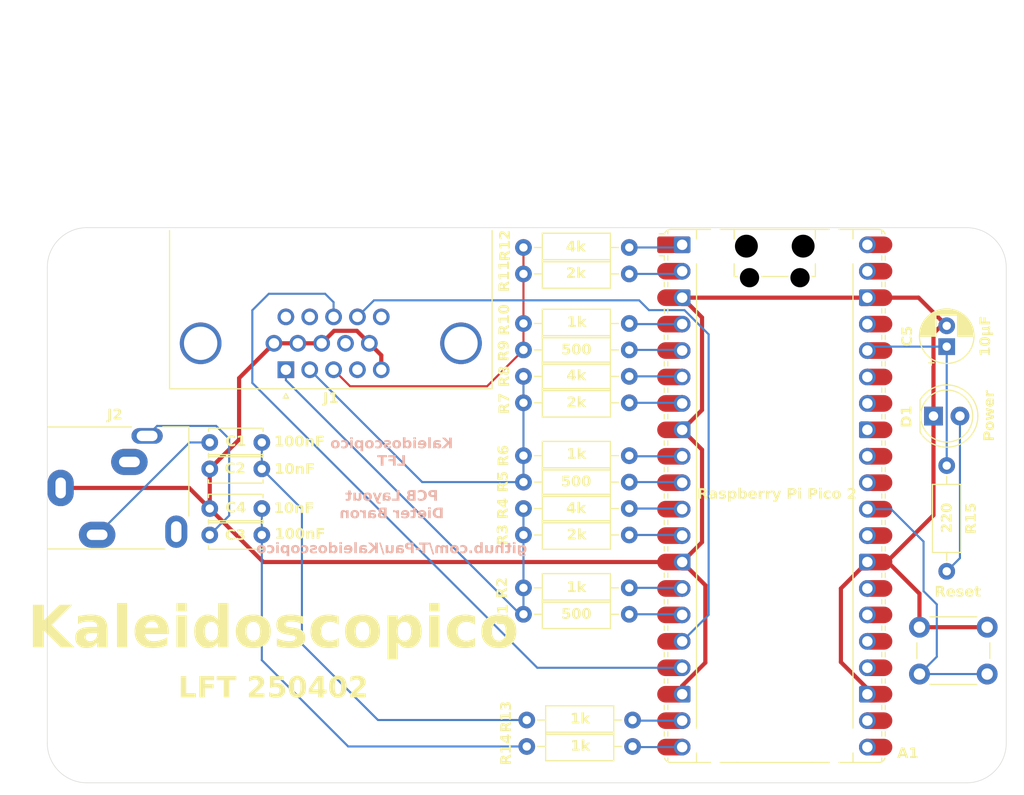
<source format=kicad_pcb>
(kicad_pcb (version 20241229) (generator "pcbnew") (generator_version "9.0")
  (layers (0 "F.Cu" signal) (2 "B.Cu" signal) (13 "F.Paste" user) (15 "B.Paste" user) (5 "F.SilkS" user "F.Silkscreen") (7 "B.SilkS" user "B.Silkscreen") (1 "F.Mask" user) (3 "B.Mask" user) (25 "Edge.Cuts" user))
  (net 0 "")
  (net 1 "/GREEN0")
  (net 2 "GND")
  (net 7 "/BLUE2")
  (net 8 "/RED0")
  (net 10 "/VSYNC")
  (net 11 "/GREEN1")
  (net 12 "/RIGHT")
  (net 14 "/GREEN3")
  (net 15 "/BLUE3")
  (net 16 "/BLUE1")
  (net 17 "/RED3")
  (net 19 "Net-(A1-RUN)")
  (net 20 "/LEFT")
  (net 23 "/GREEN2")
  (net 24 "/RED1")
  (net 25 "/BLUE0")
  (net 26 "+3.3V")
  (net 28 "/RED2")
  (net 32 "/HSYNC")
  (net 35 "Net-(C1-Pad2)")
  (net 36 "Net-(C1-Pad1)")
  (net 37 "Net-(C3-Pad1)")
  (net 38 "Net-(C3-Pad2)")
  (net 39 "Net-(D1-A)")
  (net 41 "Net-(J1-RED)")
  (net 42 "Net-(J1-GREEN)")
  (net 46 "Net-(J1-BLUE)")
  (footprint "Capacitor_THT:C_Disc_D5.0mm_W2.5mm_P5.00mm" (layer "F.Cu") (at 112.0375 76.5175 180)
    (property "Reference" "C4")
    (property "Value" "10nF" (at -3.1007 -0.0127 0) (layer "F.SilkS"))
    (fp_text user "${REFERENCE}" (at 2.5 0.0381 0) (layer "F.SilkS"))
    (pad "1" thru_hole circle (at 0 0 180) (size 1.6 1.6) (drill 0.8) (layers "*.Cu" "*.Mask") (net 37 "Net-(C3-Pad1)"))
    (pad "2" thru_hole circle (at 5 0 180) (size 1.6 1.6) (drill 0.8) (layers "*.Cu" "*.Mask") (net 2 "GND"))
  )
  (footprint "MountingHole:MountingHole_3.2mm_M3" (layer "F.Cu") (at 95.25 99.06)
    (property "Reference" "H3")
    (property "Value" "MountingHole")
    (pad "" np_thru_hole circle (at 0 0) (size 3.2 3.2) (drill 3.2) (layers "*.Cu" "*.Mask"))
  )
  (footprint "Capacitor_THT:C_Disc_D5.0mm_W2.5mm_P5.00mm" (layer "F.Cu") (at 112.0375 70.1675 180)
    (property "Reference" "C1")
    (property "Value" "100nF" (at -3.6087 0.0381 0) (layer "F.SilkS"))
    (fp_text user "${REFERENCE}" (at 2.5 0.0635 0) (layer "F.SilkS"))
    (pad "1" thru_hole circle (at 0 0 180) (size 1.6 1.6) (drill 0.8) (layers "*.Cu" "*.Mask") (net 36 "Net-(C1-Pad1)"))
    (pad "2" thru_hole circle (at 5 0 180) (size 1.6 1.6) (drill 0.8) (layers "*.Cu" "*.Mask") (net 35 "Net-(C1-Pad2)"))
  )
  (footprint "Capacitor_THT:C_Disc_D5.0mm_W2.5mm_P5.00mm" (layer "F.Cu") (at 112.0375 79.0575 180)
    (property "Reference" "C3" (at 2.5381 -0.0635 0) (layer "F.SilkS"))
    (property "Value" "100nF" (at -3.6595 0.0635 0) (layer "F.SilkS"))
    (pad "1" thru_hole circle (at 0 0 180) (size 1.6 1.6) (drill 0.8) (layers "*.Cu" "*.Mask") (net 37 "Net-(C3-Pad1)"))
    (pad "2" thru_hole circle (at 5 0 180) (size 1.6 1.6) (drill 0.8) (layers "*.Cu" "*.Mask") (net 38 "Net-(C3-Pad2)"))
  )
  (footprint "Resistor_THT:R_Axial_DIN0207_L6.3mm_D2.5mm_P10.16mm_Horizontal" (layer "F.Cu") (at 147.32 84.1375 180)
    (property "Reference" "R2")
    (property "Value" "1k" (at 5.08 0.0127 0) (layer "F.SilkS"))
    (fp_text user "${REFERENCE}" (at 12.1666 0 90) (layer "F.SilkS"))
    (pad "1" thru_hole circle (at 0 0 180) (size 1.6 1.6) (drill 0.8) (layers "*.Cu" "*.Mask") (net 28 "/RED2"))
    (pad "2" thru_hole oval (at 10.16 0 180) (size 1.6 1.6) (drill 0.8) (layers "*.Cu" "*.Mask") (net 41 "Net-(J1-RED)"))
  )
  (footprint "Resistor_THT:R_Axial_DIN0207_L6.3mm_D2.5mm_P10.16mm_Horizontal" (layer "F.Cu") (at 147.32 79.0575 180)
    (property "Reference" "R3" (at 12.1158 0.0127 90) (layer "F.SilkS"))
    (property "Value" "2k" (at 5.0546 -0.0127 0) (layer "F.SilkS"))
    (pad "1" thru_hole circle (at 0 0 180) (size 1.6 1.6) (drill 0.8) (layers "*.Cu" "*.Mask") (net 24 "/RED1"))
    (pad "2" thru_hole oval (at 10.16 0 180) (size 1.6 1.6) (drill 0.8) (layers "*.Cu" "*.Mask") (net 41 "Net-(J1-RED)"))
  )
  (footprint "Resistor_THT:R_Axial_DIN0207_L6.3mm_D2.5mm_P10.16mm_Horizontal" (layer "F.Cu") (at 147.32 71.4375 180)
    (property "Reference" "R6")
    (property "Value" "1k" (at 5.08 0.1143 0) (layer "F.SilkS"))
    (fp_text user "${REFERENCE}" (at 12.0396 0 90) (layer "F.SilkS"))
    (pad "1" thru_hole circle (at 0 0 180) (size 1.6 1.6) (drill 0.8) (layers "*.Cu" "*.Mask") (net 23 "/GREEN2"))
    (pad "2" thru_hole oval (at 10.16 0 180) (size 1.6 1.6) (drill 0.8) (layers "*.Cu" "*.Mask") (net 42 "Net-(J1-GREEN)"))
  )
  (footprint "Resistor_THT:R_Axial_DIN0207_L6.3mm_D2.5mm_P10.16mm_Horizontal" (layer "F.Cu") (at 147.32 76.5175 180)
    (property "Reference" "R4")
    (property "Value" "4k" (at 5.1054 -0.0127 0) (layer "F.SilkS"))
    (fp_text user "${REFERENCE}" (at 12.0904 0 90) (layer "F.SilkS"))
    (pad "1" thru_hole circle (at 0 0 180) (size 1.6 1.6) (drill 0.8) (layers "*.Cu" "*.Mask") (net 8 "/RED0"))
    (pad "2" thru_hole oval (at 10.16 0 180) (size 1.6 1.6) (drill 0.8) (layers "*.Cu" "*.Mask") (net 41 "Net-(J1-RED)"))
  )
  (footprint "Resistor_THT:R_Axial_DIN0207_L6.3mm_D2.5mm_P10.16mm_Horizontal" (layer "F.Cu") (at 147.32 86.6775 180)
    (property "Reference" "R1" (at 12.0904 -0.0381 90) (layer "F.SilkS"))
    (property "Value" "500" (at 5.08 -0.0127 0) (layer "F.SilkS"))
    (pad "1" thru_hole circle (at 0 0 180) (size 1.6 1.6) (drill 0.8) (layers "*.Cu" "*.Mask") (net 17 "/RED3"))
    (pad "2" thru_hole oval (at 10.16 0 180) (size 1.6 1.6) (drill 0.8) (layers "*.Cu" "*.Mask") (net 41 "Net-(J1-RED)"))
  )
  (footprint "MountingHole:MountingHole_3.2mm_M3" (layer "F.Cu") (at 179.705 99.06)
    (property "Reference" "H4")
    (property "Value" "MountingHole")
    (pad "" np_thru_hole circle (at 0 0) (size 3.2 3.2) (drill 3.2) (layers "*.Cu" "*.Mask"))
  )
  (footprint "Button_Switch_THT:SW_PUSH_6mm" (layer "F.Cu") (at 175.185 87.92)
    (property "Reference" "SW1")
    (property "Value" "Reset" (at 3.6818 -3.3634 0) (layer "F.SilkS"))
    (pad "1" thru_hole circle (at 0 0 90) (size 2 2) (drill 1.1) (layers "*.Cu" "*.Mask") (net 2 "GND"))
    (pad "1" thru_hole circle (at 6.5 0 90) (size 2 2) (drill 1.1) (layers "*.Cu" "*.Mask") (net 2 "GND"))
    (pad "2" thru_hole circle (at 0 4.5 90) (size 2 2) (drill 1.1) (layers "*.Cu" "*.Mask") (net 19 "Net-(A1-RUN)"))
    (pad "2" thru_hole circle (at 6.5 4.5 90) (size 2 2) (drill 1.1) (layers "*.Cu" "*.Mask") (net 19 "Net-(A1-RUN)"))
  )
  (footprint "Resistor_THT:R_Axial_DIN0207_L6.3mm_D2.5mm_P10.16mm_Horizontal" (layer "F.Cu") (at 137.4775 99.3775)
    (property "Reference" "R14")
    (property "Value" "1k" (at 5.1435 -0.0127 0) (layer "F.SilkS"))
    (fp_text user "${REFERENCE}" (at -1.9431 0.2921 90) (layer "F.SilkS"))
    (pad "1" thru_hole circle (at 0 0) (size 1.6 1.6) (drill 0.8) (layers "*.Cu" "*.Mask") (net 37 "Net-(C3-Pad1)"))
    (pad "2" thru_hole oval (at 10.16 0) (size 1.6 1.6) (drill 0.8) (layers "*.Cu" "*.Mask") (net 12 "/RIGHT"))
  )
  (footprint "Capacitor_THT:CP_Radial_D5.0mm_P2.00mm" (layer "F.Cu") (at 177.8 60.96 90)
    (property "Reference" "C5" (at 1 -3.75 90) (layer "F.SilkS"))
    (property "Value" "10µF" (at 1 3.75 90) (layer "F.SilkS"))
    (pad "1" thru_hole rect (at 0 0 90) (size 1.6 1.6) (drill 0.8) (layers "*.Cu" "*.Mask") (net 26 "+3.3V"))
    (pad "2" thru_hole circle (at 2 0 90) (size 1.6 1.6) (drill 0.8) (layers "*.Cu" "*.Mask") (net 2 "GND"))
  )
  (footprint "Resistor_THT:R_Axial_DIN0207_L6.3mm_D2.5mm_P10.16mm_Horizontal" (layer "F.Cu") (at 147.32 73.9775 180)
    (property "Reference" "R5" (at 12.0904 0.0381 90) (layer "F.SilkS"))
    (property "Value" "500" (at 5.1054 0.0127 0) (layer "F.SilkS"))
    (pad "1" thru_hole circle (at 0 0 180) (size 1.6 1.6) (drill 0.8) (layers "*.Cu" "*.Mask") (net 14 "/GREEN3"))
    (pad "2" thru_hole oval (at 10.16 0 180) (size 1.6 1.6) (drill 0.8) (layers "*.Cu" "*.Mask") (net 42 "Net-(J1-GREEN)"))
  )
  (footprint "Resistor_THT:R_Axial_DIN0207_L6.3mm_D2.5mm_P10.16mm_Horizontal" (layer "F.Cu") (at 147.32 61.2775 180)
    (property "Reference" "R9" (at 12.0142 -0.0889 90) (layer "F.SilkS"))
    (property "Value" "500" (at 5.08 -0.0127 0) (layer "F.SilkS"))
    (pad "1" thru_hole circle (at 0 0 180) (size 1.6 1.6) (drill 0.8) (layers "*.Cu" "*.Mask") (net 15 "/BLUE3"))
    (pad "2" thru_hole oval (at 10.16 0 180) (size 1.6 1.6) (drill 0.8) (layers "*.Cu" "*.Mask") (net 46 "Net-(J1-BLUE)"))
  )
  (footprint "Connector_Dsub:DSUB-15-HD_Socket_Horizontal_P2.29x2.54mm_EdgePinOffset8.35mm_Housed_MountingHolesOffset10.89mm" (layer "F.Cu") (at 114.3475 63.1825 180)
    (property "Reference" "J1" (at -4.315 -2.77 0) (layer "F.SilkS"))
    (property "Value" "VGA")
    (pad "0" thru_hole circle (at -16.815 2.54 180) (size 4 4) (drill 3.2) (layers "*.Cu" "*.Mask"))
    (pad "0" thru_hole circle (at 8.185 2.54 180) (size 4 4) (drill 3.2) (layers "*.Cu" "*.Mask"))
    (pad "1" thru_hole rect (at 0 0 180) (size 1.6 1.6) (drill 1) (layers "*.Cu" "*.Mask") (net 41 "Net-(J1-RED)"))
    (pad "2" thru_hole circle (at -2.29 0 180) (size 1.6 1.6) (drill 1) (layers "*.Cu" "*.Mask") (net 42 "Net-(J1-GREEN)"))
    (pad "3" thru_hole circle (at -4.58 0 180) (size 1.6 1.6) (drill 1) (layers "*.Cu" "*.Mask") (net 46 "Net-(J1-BLUE)"))
    (pad "4" thru_hole circle (at -6.87 0 180) (size 1.6 1.6) (drill 1) (layers "*.Cu" "*.Mask"))
    (pad "5" thru_hole circle (at -9.16 0 180) (size 1.6 1.6) (drill 1) (layers "*.Cu" "*.Mask") (net 2 "GND"))
    (pad "6" thru_hole circle (at 1.145 2.54 180) (size 1.6 1.6) (drill 1) (layers "*.Cu" "*.Mask") (net 2 "GND"))
    (pad "7" thru_hole circle (at -1.145 2.54 180) (size 1.6 1.6) (drill 1) (layers "*.Cu" "*.Mask") (net 2 "GND"))
    (pad "8" thru_hole circle (at -3.435 2.54 180) (size 1.6 1.6) (drill 1) (layers "*.Cu" "*.Mask") (net 2 "GND"))
    (pad "9" thru_hole circle (at -5.725 2.54 180) (size 1.6 1.6) (drill 1) (layers "*.Cu" "*.Mask"))
    (pad "10" thru_hole circle (at -8.015 2.54 180) (size 1.6 1.6) (drill 1) (layers "*.Cu" "*.Mask") (net 2 "GND"))
    (pad "11" thru_hole circle (at 0 5.08 180) (size 1.6 1.6) (drill 1) (layers "*.Cu" "*.Mask"))
    (pad "12" thru_hole circle (at -2.29 5.08 180) (size 1.6 1.6) (drill 1) (layers "*.Cu" "*.Mask"))
    (pad "13" thru_hole circle (at -4.58 5.08 180) (size 1.6 1.6) (drill 1) (layers "*.Cu" "*.Mask") (net 32 "/HSYNC"))
    (pad "14" thru_hole circle (at -6.87 5.08 180) (size 1.6 1.6) (drill 1) (layers "*.Cu" "*.Mask") (net 10 "/VSYNC"))
    (pad "15" thru_hole circle (at -9.16 5.08 180) (size 1.6 1.6) (drill 1) (layers "*.Cu" "*.Mask"))
  )
  (footprint "Resistor_THT:R_Axial_DIN0207_L6.3mm_D2.5mm_P10.16mm_Horizontal" (layer "F.Cu") (at 147.32 53.975 180)
    (property "Reference" "R11" (at 11.9634 -0.2286 90) (layer "F.SilkS"))
    (property "Value" "2k" (at 5.1308 0.0254 0) (layer "F.SilkS"))
    (pad "1" thru_hole circle (at 0 0 180) (size 1.6 1.6) (drill 0.8) (layers "*.Cu" "*.Mask") (net 16 "/BLUE1"))
    (pad "2" thru_hole oval (at 10.16 0 180) (size 1.6 1.6) (drill 0.8) (layers "*.Cu" "*.Mask") (net 46 "Net-(J1-BLUE)"))
  )
  (footprint "Capacitor_THT:C_Disc_D5.0mm_W2.5mm_P5.00mm" (layer "F.Cu") (at 112.0375 72.7075 180)
    (property "Reference" "C2")
    (property "Value" "10nF" (at -3.1515 -0.0635 0) (layer "F.SilkS"))
    (fp_text user "${REFERENCE}" (at 2.5635 0 0) (layer "F.SilkS"))
    (pad "1" thru_hole circle (at 0 0 180) (size 1.6 1.6) (drill 0.8) (layers "*.Cu" "*.Mask") (net 36 "Net-(C1-Pad1)"))
    (pad "2" thru_hole circle (at 5 0 180) (size 1.6 1.6) (drill 0.8) (layers "*.Cu" "*.Mask") (net 2 "GND"))
  )
  (footprint "MountingHole:MountingHole_3.2mm_M3" (layer "F.Cu") (at 95.25 53.34)
    (property "Reference" "H1")
    (property "Value" "MountingHole")
    (pad "" np_thru_hole circle (at 0 0) (size 3.2 3.2) (drill 3.2) (layers "*.Cu" "*.Mask"))
  )
  (footprint "Connector_Audio:Jack_3.5mm_CUI_SJ1-3515N_Horizontal" (layer "F.Cu") (at 92.7225 74.54)
    (property "Reference" "J2" (at 5.2 -7 0) (layer "F.SilkS"))
    (property "Value" "AudioPlug3")
    (pad "R" thru_hole oval (at 8.3 -5) (size 3 1.5) (drill oval 2 1) (layers "*.Cu" "*.Mask") (net 38 "Net-(C3-Pad2)"))
    (pad "RN" thru_hole oval (at 6.6 -2.5) (size 3.5 2.5) (drill oval 2 1) (layers "*.Cu" "*.Mask"))
    (pad "S" thru_hole oval (at 0 0 270) (size 3.5 2.5) (drill oval 2 1) (layers "*.Cu" "*.Mask") (net 2 "GND"))
    (pad "T" thru_hole oval (at 3.5 4.5) (size 3.5 2.5) (drill oval 2 1) (layers "*.Cu" "*.Mask") (net 35 "Net-(C1-Pad2)"))
    (pad "TN" thru_hole oval (at 11.1 4.2 90) (size 3.1 2.1) (drill oval 2 1) (layers "*.Cu" "*.Mask"))
  )
  (footprint "Resistor_THT:R_Axial_DIN0207_L6.3mm_D2.5mm_P10.16mm_Horizontal" (layer "F.Cu") (at 147.32 66.3575 180)
    (property "Reference" "R7" (at 11.9634 -0.0635 90) (layer "F.SilkS"))
    (property "Value" "2k" (at 5.08 -0.0127 0) (layer "F.SilkS"))
    (pad "1" thru_hole circle (at 0 0 180) (size 1.6 1.6) (drill 0.8) (layers "*.Cu" "*.Mask") (net 11 "/GREEN1"))
    (pad "2" thru_hole oval (at 10.16 0 180) (size 1.6 1.6) (drill 0.8) (layers "*.Cu" "*.Mask") (net 42 "Net-(J1-GREEN)"))
  )
  (footprint "Resistor_THT:R_Axial_DIN0207_L6.3mm_D2.5mm_P10.16mm_Horizontal" (layer "F.Cu") (at 147.32 58.7375 180)
    (property "Reference" "R10")
    (property "Value" "1k" (at 5.0546 0.0889 0) (layer "F.SilkS"))
    (fp_text user "${REFERENCE}" (at 11.9634 0.3429 90) (layer "F.SilkS"))
    (pad "1" thru_hole circle (at 0 0 180) (size 1.6 1.6) (drill 0.8) (layers "*.Cu" "*.Mask") (net 7 "/BLUE2"))
    (pad "2" thru_hole oval (at 10.16 0 180) (size 1.6 1.6) (drill 0.8) (layers "*.Cu" "*.Mask") (net 46 "Net-(J1-BLUE)"))
  )
  (footprint "Resistor_THT:R_Axial_DIN0207_L6.3mm_D2.5mm_P10.16mm_Horizontal" (layer "F.Cu") (at 177.8 72.39 -90)
    (property "Reference" "R15" (at 5.08 -2.37 90) (layer "F.SilkS"))
    (property "Value" "220" (at 5.0292 -0.0508 90) (layer "F.SilkS"))
    (pad "1" thru_hole circle (at 0 0 270) (size 1.6 1.6) (drill 0.8) (layers "*.Cu" "*.Mask") (net 26 "+3.3V"))
    (pad "2" thru_hole oval (at 10.16 0 270) (size 1.6 1.6) (drill 0.8) (layers "*.Cu" "*.Mask") (net 39 "Net-(D1-A)"))
  )
  (footprint "Resistor_THT:R_Axial_DIN0207_L6.3mm_D2.5mm_P10.16mm_Horizontal" (layer "F.Cu") (at 147.32 63.8175 180)
    (property "Reference" "R8")
    (property "Value" "4k" (at 5.08 0.0381 0) (layer "F.SilkS"))
    (fp_text user "${REFERENCE}" (at 11.9634 0 90) (layer "F.SilkS"))
    (pad "1" thru_hole circle (at 0 0 180) (size 1.6 1.6) (drill 0.8) (layers "*.Cu" "*.Mask") (net 1 "/GREEN0"))
    (pad "2" thru_hole oval (at 10.16 0 180) (size 1.6 1.6) (drill 0.8) (layers "*.Cu" "*.Mask") (net 42 "Net-(J1-GREEN)"))
  )
  (footprint "LED_THT:LED_D5.0mm" (layer "F.Cu") (at 176.53 67.630113)
    (property "Reference" "D1" (at -2.54 0.057387 90) (layer "F.SilkS"))
    (property "Value" "Power" (at 5.3848 -0.015313 90) (layer "F.SilkS"))
    (pad "1" thru_hole rect (at 0 0) (size 1.8 1.8) (drill 0.9) (layers "*.Cu" "*.Mask") (net 2 "GND"))
    (pad "2" thru_hole circle (at 2.54 0) (size 1.8 1.8) (drill 0.9) (layers "*.Cu" "*.Mask") (net 39 "Net-(D1-A)"))
  )
  (footprint "MountingHole:MountingHole_3.2mm_M3" (layer "F.Cu") (at 179.705 53.34)
    (property "Reference" "H2")
    (property "Value" "MountingHole")
    (pad "" np_thru_hole circle (at 0 0) (size 3.2 3.2) (drill 3.2) (layers "*.Cu" "*.Mask"))
  )
  (footprint "Module:RaspberryPi_Pico_Common_Unspecified" (layer "F.Cu") (at 161.29 75.3075)
    (property "Reference" "A1" (at 11.7475 24.765 0) (layer "F.SilkS") (effects (justify left)))
    (property "Value" "Raspberry Pi Pico 2" (at 0.2032 -0.1489 0) (layer "F.SilkS"))
    (pad "" np_thru_hole circle (at -2.725 -24) (size 2.2 2.2) (drill 2.2) (layers "*.Mask"))
    (pad "" np_thru_hole circle (at -2.425 -20.97) (size 1.85 1.85) (drill 1.85) (layers "*.Mask"))
    (pad "" np_thru_hole circle (at 2.425 -20.97) (size 1.85 1.85) (drill 1.85) (layers "*.Mask"))
    (pad "" np_thru_hole circle (at 2.725 -24) (size 2.2 2.2) (drill 2.2) (layers "*.Mask"))
    (pad "1" smd custom (at -9.69 -24.13) (size 1.6 0.8) (layers "F.Cu" "F.Mask") (net 25 "/BLUE0") (options (clearance outline) (anchor rect)) (primitives (gr_circle (center 0.8 0) (end 1.6 0) (width 0) (fill yes)) (gr_poly (pts (xy -1.6 -0.6) (xy -1.6 0.6) (xy -1.4 0.8) (xy 0.8 0.8) (xy 0.8 -0.8) (xy -1.4 -0.8)) (width 0) (fill yes)) (gr_circle (center -1.4 -0.6) (end -1.2 -0.6) (width 0) (fill yes)) (gr_circle (center -1.4 0.6) (end -1.2 0.6) (width 0) (fill yes))))
    (pad "1" thru_hole roundrect (at -8.89 -24.13) (size 1.6 1.6) (drill 1) (layers "*.Cu" "*.Mask") (roundrect_rratio 0.125) (net 25 "/BLUE0"))
    (pad "2" smd roundrect (at -9.69 -21.59) (size 3.2 1.6) (layers "F.Cu" "F.Mask") (roundrect_rratio 0.5) (net 16 "/BLUE1"))
    (pad "2" thru_hole circle (at -8.89 -21.59) (size 1.6 1.6) (drill 1) (layers "*.Cu" "*.Mask") (net 16 "/BLUE1"))
    (pad "3" smd custom (at -9.69 -19.05) (size 1.6 0.8) (layers "F.Cu" "F.Mask") (net 2 "GND") (options (clearance outline) (anchor rect)) (primitives (gr_circle (center -0.8 0) (end 0 0) (width 0) (fill yes)) (gr_poly (pts (xy 1.6 -0.6) (xy 1.6 0.6) (xy 1.4 0.8) (xy -0.8 0.8) (xy -0.8 -0.8) (xy 1.4 -0.8)) (width 0) (fill yes)) (gr_circle (center 1.4 -0.6) (end 1.6 -0.6) (width 0) (fill yes)) (gr_circle (center 1.4 0.6) (end 1.6 0.6) (width 0) (fill yes))))
    (pad "3" thru_hole custom (at -8.89 -19.05) (size 1.6 1.6) (drill 1) (layers "*.Cu" "*.Mask") (net 2 "GND") (options (clearance outline) (anchor circle)) (primitives (gr_poly (pts (xy 0.8 0.6) (xy 0.8 -0.6) (xy 0.6 -0.8) (xy 0 -0.8) (xy 0 0.8) (xy 0.6 0.8)) (width 0) (fill yes)) (gr_circle (center 0.6 0.6) (end 0.8 0.6) (width 0) (fill yes)) (gr_circle (center 0.6 -0.6) (end 0.8 -0.6) (width 0) (fill yes))))
    (pad "4" smd roundrect (at -9.69 -16.51) (size 3.2 1.6) (layers "F.Cu" "F.Mask") (roundrect_rratio 0.5) (net 7 "/BLUE2"))
    (pad "4" thru_hole circle (at -8.89 -16.51) (size 1.6 1.6) (drill 1) (layers "*.Cu" "*.Mask") (net 7 "/BLUE2"))
    (pad "5" smd roundrect (at -9.69 -13.97) (size 3.2 1.6) (layers "F.Cu" "F.Mask") (roundrect_rratio 0.5) (net 15 "/BLUE3"))
    (pad "5" thru_hole circle (at -8.89 -13.97) (size 1.6 1.6) (drill 1) (layers "*.Cu" "*.Mask") (net 15 "/BLUE3"))
    (pad "6" smd roundrect (at -9.69 -11.43) (size 3.2 1.6) (layers "F.Cu" "F.Mask") (roundrect_rratio 0.5) (net 1 "/GREEN0"))
    (pad "6" thru_hole circle (at -8.89 -11.43) (size 1.6 1.6) (drill 1) (layers "*.Cu" "*.Mask") (net 1 "/GREEN0"))
    (pad "7" smd roundrect (at -9.69 -8.89) (size 3.2 1.6) (layers "F.Cu" "F.Mask") (roundrect_rratio 0.5) (net 11 "/GREEN1"))
    (pad "7" thru_hole circle (at -8.89 -8.89) (size 1.6 1.6) (drill 1) (layers "*.Cu" "*.Mask") (net 11 "/GREEN1"))
    (pad "8" smd custom (at -9.69 -6.35) (size 1.6 0.8) (layers "F.Cu" "F.Mask") (net 2 "GND") (options (clearance outline) (anchor rect)) (primitives (gr_circle (center -0.8 0) (end 0 0) (width 0) (fill yes)) (gr_poly (pts (xy 1.6 -0.6) (xy 1.6 0.6) (xy 1.4 0.8) (xy -0.8 0.8) (xy -0.8 -0.8) (xy 1.4 -0.8)) (width 0) (fill yes)) (gr_circle (center 1.4 -0.6) (end 1.6 -0.6) (width 0) (fill yes)) (gr_circle (center 1.4 0.6) (end 1.6 0.6) (width 0) (fill yes))))
    (pad "8" thru_hole custom (at -8.89 -6.35) (size 1.6 1.6) (drill 1) (layers "*.Cu" "*.Mask") (net 2 "GND") (options (clearance outline) (anchor circle)) (primitives (gr_poly (pts (xy 0.8 0.6) (xy 0.8 -0.6) (xy 0.6 -0.8) (xy 0 -0.8) (xy 0 0.8) (xy 0.6 0.8)) (width 0) (fill yes)) (gr_circle (center 0.6 0.6) (end 0.8 0.6) (width 0) (fill yes)) (gr_circle (center 0.6 -0.6) (end 0.8 -0.6) (width 0) (fill yes))))
    (pad "9" smd roundrect (at -9.69 -3.81) (size 3.2 1.6) (layers "F.Cu" "F.Mask") (roundrect_rratio 0.5) (net 23 "/GREEN2"))
    (pad "9" thru_hole circle (at -8.89 -3.81) (size 1.6 1.6) (drill 1) (layers "*.Cu" "*.Mask") (net 23 "/GREEN2"))
    (pad "10" smd roundrect (at -9.69 -1.27) (size 3.2 1.6) (layers "F.Cu" "F.Mask") (roundrect_rratio 0.5) (net 14 "/GREEN3"))
    (pad "10" thru_hole circle (at -8.89 -1.27) (size 1.6 1.6) (drill 1) (layers "*.Cu" "*.Mask") (net 14 "/GREEN3"))
    (pad "11" smd roundrect (at -9.69 1.27) (size 3.2 1.6) (layers "F.Cu" "F.Mask") (roundrect_rratio 0.5) (net 8 "/RED0"))
    (pad "11" thru_hole circle (at -8.89 1.27) (size 1.6 1.6) (drill 1) (layers "*.Cu" "*.Mask") (net 8 "/RED0"))
    (pad "12" smd roundrect (at -9.69 3.81) (size 3.2 1.6) (layers "F.Cu" "F.Mask") (roundrect_rratio 0.5) (net 24 "/RED1"))
    (pad "12" thru_hole circle (at -8.89 3.81) (size 1.6 1.6) (drill 1) (layers "*.Cu" "*.Mask") (net 24 "/RED1"))
    (pad "13" smd custom (at -9.69 6.35) (size 1.6 0.8) (layers "F.Cu" "F.Mask") (net 2 "GND") (options (clearance outline) (anchor rect)) (primitives (gr_circle (center -0.8 0) (end 0 0) (width 0) (fill yes)) (gr_poly (pts (xy 1.6 -0.6) (xy 1.6 0.6) (xy 1.4 0.8) (xy -0.8 0.8) (xy -0.8 -0.8) (xy 1.4 -0.8)) (width 0) (fill yes)) (gr_circle (center 1.4 -0.6) (end 1.6 -0.6) (width 0) (fill yes)) (gr_circle (center 1.4 0.6) (end 1.6 0.6) (width 0) (fill yes))))
    (pad "13" thru_hole custom (at -8.89 6.35) (size 1.6 1.6) (drill 1) (layers "*.Cu" "*.Mask") (net 2 "GND") (options (clearance outline) (anchor circle)) (primitives (gr_poly (pts (xy 0.8 0.6) (xy 0.8 -0.6) (xy 0.6 -0.8) (xy 0 -0.8) (xy 0 0.8) (xy 0.6 0.8)) (width 0) (fill yes)) (gr_circle (center 0.6 0.6) (end 0.8 0.6) (width 0) (fill yes)) (gr_circle (center 0.6 -0.6) (end 0.8 -0.6) (width 0) (fill yes))))
    (pad "14" smd roundrect (at -9.69 8.89) (size 3.2 1.6) (layers "F.Cu" "F.Mask") (roundrect_rratio 0.5) (net 28 "/RED2"))
    (pad "14" thru_hole circle (at -8.89 8.89) (size 1.6 1.6) (drill 1) (layers "*.Cu" "*.Mask") (net 28 "/RED2"))
    (pad "15" smd roundrect (at -9.69 11.43) (size 3.2 1.6) (layers "F.Cu" "F.Mask") (roundrect_rratio 0.5) (net 17 "/RED3"))
    (pad "15" thru_hole circle (at -8.89 11.43) (size 1.6 1.6) (drill 1) (layers "*.Cu" "*.Mask") (net 17 "/RED3"))
    (pad "16" smd roundrect (at -9.69 13.97) (size 3.2 1.6) (layers "F.Cu" "F.Mask") (roundrect_rratio 0.5) (net 10 "/VSYNC"))
    (pad "16" thru_hole circle (at -8.89 13.97) (size 1.6 1.6) (drill 1) (layers "*.Cu" "*.Mask") (net 10 "/VSYNC"))
    (pad "17" smd roundrect (at -9.69 16.51) (size 3.2 1.6) (layers "F.Cu" "F.Mask") (roundrect_rratio 0.5) (net 32 "/HSYNC"))
    (pad "17" thru_hole circle (at -8.89 16.51) (size 1.6 1.6) (drill 1) (layers "*.Cu" "*.Mask") (net 32 "/HSYNC"))
    (pad "18" smd custom (at -9.69 19.05) (size 1.6 0.8) (layers "F.Cu" "F.Mask") (net 2 "GND") (options (clearance outline) (anchor rect)) (primitives (gr_circle (center -0.8 0) (end 0 0) (width 0) (fill yes)) (gr_poly (pts (xy 1.6 -0.6) (xy 1.6 0.6) (xy 1.4 0.8) (xy -0.8 0.8) (xy -0.8 -0.8) (xy 1.4 -0.8)) (width 0) (fill yes)) (gr_circle (center 1.4 -0.6) (end 1.6 -0.6) (width 0) (fill yes)) (gr_circle (center 1.4 0.6) (end 1.6 0.6) (width 0) (fill yes))))
    (pad "18" thru_hole custom (at -8.89 19.05) (size 1.6 1.6) (drill 1) (layers "*.Cu" "*.Mask") (net 2 "GND") (options (clearance outline) (anchor circle)) (primitives (gr_poly (pts (xy 0.8 0.6) (xy 0.8 -0.6) (xy 0.6 -0.8) (xy 0 -0.8) (xy 0 0.8) (xy 0.6 0.8)) (width 0) (fill yes)) (gr_circle (center 0.6 0.6) (end 0.8 0.6) (width 0) (fill yes)) (gr_circle (center 0.6 -0.6) (end 0.8 -0.6) (width 0) (fill yes))))
    (pad "19" smd roundrect (at -9.69 21.59) (size 3.2 1.6) (layers "F.Cu" "F.Mask") (roundrect_rratio 0.5) (net 20 "/LEFT"))
    (pad "19" thru_hole circle (at -8.89 21.59) (size 1.6 1.6) (drill 1) (layers "*.Cu" "*.Mask") (net 20 "/LEFT"))
    (pad "20" smd roundrect (at -9.69 24.13) (size 3.2 1.6) (layers "F.Cu" "F.Mask") (roundrect_rratio 0.5) (net 12 "/RIGHT"))
    (pad "20" thru_hole circle (at -8.89 24.13) (size 1.6 1.6) (drill 1) (layers "*.Cu" "*.Mask") (net 12 "/RIGHT"))
    (pad "21" thru_hole circle (at 8.89 24.13) (size 1.6 1.6) (drill 1) (layers "*.Cu" "*.Mask"))
    (pad "21" smd roundrect (at 9.69 24.13) (size 3.2 1.6) (layers "F.Cu" "F.Mask") (roundrect_rratio 0.5))
    (pad "22" thru_hole circle (at 8.89 21.59) (size 1.6 1.6) (drill 1) (layers "*.Cu" "*.Mask"))
    (pad "22" smd roundrect (at 9.69 21.59) (size 3.2 1.6) (layers "F.Cu" "F.Mask") (roundrect_rratio 0.5))
    (pad "23" thru_hole custom (at 8.89 19.05) (size 1.6 1.6) (drill 1) (layers "*.Cu" "*.Mask") (net 2 "GND") (options (clearance outline) (anchor circle)) (primitives (gr_poly (pts (xy -0.8 0.6) (xy -0.8 -0.6) (xy -0.6 -0.8) (xy 0 -0.8) (xy 0 0.8) (xy -0.6 0.8)) (width 0) (fill yes)) (gr_circle (center -0.6 0.6) (end -0.4 0.6) (width 0) (fill yes)) (gr_circle (center -0.6 -0.6) (end -0.4 -0.6) (width 0) (fill yes))))
    (pad "23" smd custom (at 9.69 19.05) (size 1.6 0.8) (layers "F.Cu" "F.Mask") (net 2 "GND") (options (clearance outline) (anchor rect)) (primitives (gr_circle (center 0.8 0) (end 1.6 0) (width 0) (fill yes)) (gr_poly (pts (xy -1.6 -0.6) (xy -1.6 0.6) (xy -1.4 0.8) (xy 0.8 0.8) (xy 0.8 -0.8) (xy -1.4 -0.8)) (width 0) (fill yes)) (gr_circle (center -1.4 -0.6) (end -1.2 -0.6) (width 0) (fill yes)) (gr_circle (center -1.4 0.6) (end -1.2 0.6) (width 0) (fill yes))))
    (pad "24" thru_hole circle (at 8.89 16.51) (size 1.6 1.6) (drill 1) (layers "*.Cu" "*.Mask"))
    (pad "24" smd roundrect (at 9.69 16.51) (size 3.2 1.6) (layers "F.Cu" "F.Mask") (roundrect_rratio 0.5))
    (pad "25" thru_hole circle (at 8.89 13.97) (size 1.6 1.6) (drill 1) (layers "*.Cu" "*.Mask"))
    (pad "25" smd roundrect (at 9.69 13.97) (size 3.2 1.6) (layers "F.Cu" "F.Mask") (roundrect_rratio 0.5))
    (pad "26" thru_hole circle (at 8.89 11.43) (size 1.6 1.6) (drill 1) (layers "*.Cu" "*.Mask"))
    (pad "26" smd roundrect (at 9.69 11.43) (size 3.2 1.6) (layers "F.Cu" "F.Mask") (roundrect_rratio 0.5))
    (pad "27" thru_hole circle (at 8.89 8.89) (size 1.6 1.6) (drill 1) (layers "*.Cu" "*.Mask"))
    (pad "27" smd roundrect (at 9.69 8.89) (size 3.2 1.6) (layers "F.Cu" "F.Mask") (roundrect_rratio 0.5))
    (pad "28" thru_hole custom (at 8.89 6.35) (size 1.6 1.6) (drill 1) (layers "*.Cu" "*.Mask") (net 2 "GND") (options (clearance outline) (anchor circle)) (primitives (gr_poly (pts (xy -0.8 0.6) (xy -0.8 -0.6) (xy -0.6 -0.8) (xy 0 -0.8) (xy 0 0.8) (xy -0.6 0.8)) (width 0) (fill yes)) (gr_circle (center -0.6 0.6) (end -0.4 0.6) (width 0) (fill yes)) (gr_circle (center -0.6 -0.6) (end -0.4 -0.6) (width 0) (fill yes))))
    (pad "28" smd custom (at 9.69 6.35) (size 1.6 0.8) (layers "F.Cu" "F.Mask") (net 2 "GND") (options (clearance outline) (anchor rect)) (primitives (gr_circle (center 0.8 0) (end 1.6 0) (width 0) (fill yes)) (gr_poly (pts (xy -1.6 -0.6) (xy -1.6 0.6) (xy -1.4 0.8) (xy 0.8 0.8) (xy 0.8 -0.8) (xy -1.4 -0.8)) (width 0) (fill yes)) (gr_circle (center -1.4 -0.6) (end -1.2 -0.6) (width 0) (fill yes)) (gr_circle (center -1.4 0.6) (end -1.2 0.6) (width 0) (fill yes))))
    (pad "29" thru_hole circle (at 8.89 3.81) (size 1.6 1.6) (drill 1) (layers "*.Cu" "*.Mask"))
    (pad "29" smd roundrect (at 9.69 3.81) (size 3.2 1.6) (layers "F.Cu" "F.Mask") (roundrect_rratio 0.5))
    (pad "30" thru_hole circle (at 8.89 1.27) (size 1.6 1.6) (drill 1) (layers "*.Cu" "*.Mask") (net 19 "Net-(A1-RUN)"))
    (pad "30" smd roundrect (at 9.69 1.27) (size 3.2 1.6) (layers "F.Cu" "F.Mask") (roundrect_rratio 0.5) (net 19 "Net-(A1-RUN)"))
    (pad "31" thru_hole circle (at 8.89 -1.27) (size 1.6 1.6) (drill 1) (layers "*.Cu" "*.Mask"))
    (pad "31" smd roundrect (at 9.69 -1.27) (size 3.2 1.6) (layers "F.Cu" "F.Mask") (roundrect_rratio 0.5))
    (pad "32" thru_hole circle (at 8.89 -3.81) (size 1.6 1.6) (drill 1) (layers "*.Cu" "*.Mask"))
    (pad "32" smd roundrect (at 9.69 -3.81) (size 3.2 1.6) (layers "F.Cu" "F.Mask") (roundrect_rratio 0.5))
    (pad "33" thru_hole custom (at 8.89 -6.35) (size 1.6 1.6) (drill 1) (layers "*.Cu" "*.Mask") (options (clearance outline) (anchor circle)) (primitives (gr_poly (pts (xy -0.8 0.6) (xy -0.8 -0.6) (xy -0.6 -0.8) (xy 0 -0.8) (xy 0 0.8) (xy -0.6 0.8)) (width 0) (fill yes)) (gr_circle (center -0.6 0.6) (end -0.4 0.6) (width 0) (fill yes)) (gr_circle (center -0.6 -0.6) (end -0.4 -0.6) (width 0) (fill yes))))
    (pad "33" smd custom (at 9.69 -6.35) (size 1.6 0.8) (layers "F.Cu" "F.Mask") (options (clearance outline) (anchor rect)) (primitives (gr_circle (center 0.8 0) (end 1.6 0) (width 0) (fill yes)) (gr_poly (pts (xy -1.6 -0.6) (xy -1.6 0.6) (xy -1.4 0.8) (xy 0.8 0.8) (xy 0.8 -0.8) (xy -1.4 -0.8)) (width 0) (fill yes)) (gr_circle (center -1.4 -0.6) (end -1.2 -0.6) (width 0) (fill yes)) (gr_circle (center -1.4 0.6) (end -1.2 0.6) (width 0) (fill yes))))
    (pad "34" thru_hole circle (at 8.89 -8.89) (size 1.6 1.6) (drill 1) (layers "*.Cu" "*.Mask"))
    (pad "34" smd roundrect (at 9.69 -8.89) (size 3.2 1.6) (layers "F.Cu" "F.Mask") (roundrect_rratio 0.5))
    (pad "35" thru_hole circle (at 8.89 -11.43) (size 1.6 1.6) (drill 1) (layers "*.Cu" "*.Mask"))
    (pad "35" smd roundrect (at 9.69 -11.43) (size 3.2 1.6) (layers "F.Cu" "F.Mask") (roundrect_rratio 0.5))
    (pad "36" thru_hole circle (at 8.89 -13.97) (size 1.6 1.6) (drill 1) (layers "*.Cu" "*.Mask") (net 26 "+3.3V"))
    (pad "36" smd roundrect (at 9.69 -13.97) (size 3.2 1.6) (layers "F.Cu" "F.Mask") (roundrect_rratio 0.5) (net 26 "+3.3V"))
    (pad "37" thru_hole circle (at 8.89 -16.51) (size 1.6 1.6) (drill 1) (layers "*.Cu" "*.Mask"))
    (pad "37" smd roundrect (at 9.69 -16.51) (size 3.2 1.6) (layers "F.Cu" "F.Mask") (roundrect_rratio 0.5))
    (pad "38" thru_hole custom (at 8.89 -19.05) (size 1.6 1.6) (drill 1) (layers "*.Cu" "*.Mask") (net 2 "GND") (options (clearance outline) (anchor circle)) (primitives (gr_poly (pts (xy -0.8 0.6) (xy -0.8 -0.6) (xy -0.6 -0.8) (xy 0 -0.8) (xy 0 0.8) (xy -0.6 0.8)) (width 0) (fill yes)) (gr_circle (center -0.6 0.6) (end -0.4 0.6) (width 0) (fill yes)) (gr_circle (center -0.6 -0.6) (end -0.4 -0.6) (width 0) (fill yes))))
    (pad "38" smd custom (at 9.69 -19.05) (size 1.6 0.8) (layers "F.Cu" "F.Mask") (net 2 "GND") (options (clearance outline) (anchor rect)) (primitives (gr_circle (center 0.8 0) (end 1.6 0) (width 0) (fill yes)) (gr_poly (pts (xy -1.6 -0.6) (xy -1.6 0.6) (xy -1.4 0.8) (xy 0.8 0.8) (xy 0.8 -0.8) (xy -1.4 -0.8)) (width 0) (fill yes)) (gr_circle (center -1.4 -0.6) (end -1.2 -0.6) (width 0) (fill yes)) (gr_circle (center -1.4 0.6) (end -1.2 0.6) (width 0) (fill yes))))
    (pad "39" thru_hole circle (at 8.89 -21.59) (size 1.6 1.6) (drill 1) (layers "*.Cu" "*.Mask"))
    (pad "39" smd roundrect (at 9.69 -21.59) (size 3.2 1.6) (layers "F.Cu" "F.Mask") (roundrect_rratio 0.5))
    (pad "40" thru_hole circle (at 8.89 -24.13) (size 1.6 1.6) (drill 1) (layers "*.Cu" "*.Mask"))
    (pad "40" smd roundrect (at 9.69 -24.13) (size 3.2 1.6) (layers "F.Cu" "F.Mask") (roundrect_rratio 0.5))
  )
  (footprint "Resistor_THT:R_Axial_DIN0207_L6.3mm_D2.5mm_P10.16mm_Horizontal" (layer "F.Cu") (at 137.4775 96.8375)
    (property "Reference" "R13" (at -1.9431 -0.3175 90) (layer "F.SilkS"))
    (property "Value" "1k" (at 5.1181 -0.0889 0) (layer "F.SilkS"))
    (pad "1" thru_hole circle (at 0 0) (size 1.6 1.6) (drill 0.8) (layers "*.Cu" "*.Mask") (net 36 "Net-(C1-Pad1)"))
    (pad "2" thru_hole oval (at 10.16 0) (size 1.6 1.6) (drill 0.8) (layers "*.Cu" "*.Mask") (net 20 "/LEFT"))
  )
  (footprint "Resistor_THT:R_Axial_DIN0207_L6.3mm_D2.5mm_P10.16mm_Horizontal" (layer "F.Cu") (at 147.32 51.435 180)
    (property "Reference" "R12")
    (property "Value" "4k" (at 5.1308 0.0254 0) (layer "F.SilkS"))
    (fp_text user "${REFERENCE}" (at 11.8872 0.1778 90) (layer "F.SilkS"))
    (pad "1" thru_hole circle (at 0 0 180) (size 1.6 1.6) (drill 0.8) (layers "*.Cu" "*.Mask") (net 25 "/BLUE0"))
    (pad "2" thru_hole oval (at 10.16 0 180) (size 1.6 1.6) (drill 0.8) (layers "*.Cu" "*.Mask") (net 46 "Net-(J1-BLUE)"))
  )
  (gr_arc (start 91.44 53.34) (mid 92.555923 50.645923) (end 95.25 49.53) (stroke (width 0.05)) (layer "Edge.Cuts"))
  (gr_line (start 179.705 102.87) (end 95.25 102.87) (stroke (width 0.05)) (layer "Edge.Cuts"))
  (gr_arc (start 95.25 102.87) (mid 92.555923 101.754077) (end 91.44 99.06) (stroke (width 0.05)) (layer "Edge.Cuts"))
  (gr_arc (start 183.515 99.06) (mid 182.399077 101.754077) (end 179.705 102.87) (stroke (width 0.05)) (layer "Edge.Cuts"))
  (gr_line (start 183.515 53.34) (end 183.515 99.06) (stroke (width 0.05)) (layer "Edge.Cuts"))
  (gr_line (start 95.25 49.53) (end 179.705 49.53) (stroke (width 0.05)) (layer "Edge.Cuts"))
  (gr_arc (start 179.705 49.53) (mid 182.399077 50.645923) (end 183.515 53.34) (stroke (width 0.05)) (layer "Edge.Cuts"))
  (gr_line (start 91.44 99.06) (end 91.44 53.34) (stroke (width 0.05)) (layer "Edge.Cuts"))
  (gr_text "Kaleidoscopico" (at 113.1316 90.5256 0) (layer "F.SilkS") (effects (font (size 4 4) (thickness 0.1)) (justify bottom)))
  (gr_text "LFT 250402" (at 113.1316 94.996 0) (layer "F.SilkS") (effects (font (size 2 2) (thickness 0.1)) (justify bottom)))
  (gr_text "Kaleidoscopico\nLFT\n\nPCB Layout\nDieter Baron\n\ngithub.com/T-Pau/Kaleidoscopico" (at 124.5108 80.9752 0) (layer "B.SilkS") (effects (font (size 1 1) (thickness 0.1)) (justify bottom mirror)))
  (segment (start 147.32 63.8175) (end 152.34 63.8175) (width 0.2) (layer "B.Cu") (net 1))
  (segment (start 152.34 63.8175) (end 152.4 63.8775) (width 0.2) (layer "B.Cu") (net 1))
  (segment (start 152.4 68.9575) (end 154.305 70.8625) (width 0.4) (layer "F.Cu") (net 2))
  (segment (start 170.18 81.6575) (end 170.985 81.6575) (width 0.4) (layer "F.Cu") (net 2))
  (segment (start 107.0375 76.5175) (end 107.0375 72.7075) (width 0.4) (layer "F.Cu") (net 2))
  (segment (start 152.4 93.5525) (end 154.6225 91.33) (width 0.4) (layer "F.Cu") (net 2))
  (segment (start 172.145 81.6575) (end 175.185 84.6975) (width 0.4) (layer "F.Cu") (net 2))
  (segment (start 172.025 81.6575) (end 170.985 81.6575) (width 0.4) (layer "F.Cu") (net 2))
  (segment (start 177.26 58.96) (end 177.8 58.96) (width 0.4) (layer "F.Cu") (net 2))
  (segment (start 117.7825 60.6425) (end 118.9835 59.4415) (width 0.4) (layer "F.Cu") (net 2))
  (segment (start 170.18 93.813242) (end 170.18 94.3575) (width 0.4) (layer "F.Cu") (net 2))
  (segment (start 154.305 79.7525) (end 152.4 81.6575) (width 0.4) (layer "F.Cu") (net 2))
  (segment (start 152.4 68.9575) (end 154.305 67.0525) (width 0.4) (layer "F.Cu") (net 2))
  (segment (start 113.2025 60.6425) (end 115.4925 60.6425) (width 0.4) (layer "F.Cu") (net 2))
  (segment (start 121.1615 59.4415) (end 122.3625 60.6425) (width 0.4) (layer "F.Cu") (net 2))
  (segment (start 170.18 56.2575) (end 175.0975 56.2575) (width 0.4) (layer "F.Cu") (net 2))
  (segment (start 118.9835 59.4415) (end 121.1615 59.4415) (width 0.4) (layer "F.Cu") (net 2))
  (segment (start 167.64 84.1975) (end 167.64 91.273242) (width 0.4) (layer "F.Cu") (net 2))
  (segment (start 176.53 67.630113) (end 176.53 59.69) (width 0.4) (layer "F.Cu") (net 2))
  (segment (start 92.7225 74.54) (end 105.06 74.54) (width 0.4) (layer "F.Cu") (net 2))
  (segment (start 115.4925 60.6425) (end 117.7825 60.6425) (width 0.4) (layer "F.Cu") (net 2))
  (segment (start 107.0375 76.5175) (end 112.1775 81.6575) (width 0.4) (layer "F.Cu") (net 2))
  (segment (start 175.0975 56.2575) (end 177.8 58.96) (width 0.4) (layer "F.Cu") (net 2))
  (segment (start 175.185 87.92) (end 181.685 87.92) (width 0.4) (layer "F.Cu") (net 2))
  (segment (start 170.18 56.2575) (end 152.4 56.2575) (width 0.4) (layer "F.Cu") (net 2))
  (segment (start 154.305 58.1625) (end 153.601 57.4585) (width 0.4) (layer "F.Cu") (net 2))
  (segment (start 176.53 77.1525) (end 172.025 81.6575) (width 0.4) (layer "F.Cu") (net 2))
  (segment (start 107.0375 72.7075) (end 109.855 69.89) (width 0.4) (layer "F.Cu") (net 2))
  (segment (start 154.305 70.8625) (end 154.305 79.7525) (width 0.4) (layer "F.Cu") (net 2))
  (segment (start 154.305 67.0525) (end 154.305 58.1625) (width 0.4) (layer "F.Cu") (net 2))
  (segment (start 176.53 67.630113) (end 176.53 77.1525) (width 0.4) (layer "F.Cu") (net 2))
  (segment (start 170.18 81.6575) (end 167.64 84.1975) (width 0.4) (layer "F.Cu") (net 2))
  (segment (start 175.185 84.6975) (end 175.185 87.92) (width 0.4) (layer "F.Cu") (net 2))
  (segment (start 152.4 94.3575) (end 152.4 93.5525) (width 0.4) (layer "F.Cu") (net 2))
  (segment (start 176.53 59.69) (end 177.26 58.96) (width 0.4) (layer "F.Cu") (net 2))
  (segment (start 154.6225 83.88) (end 152.4 81.6575) (width 0.4) (layer "F.Cu") (net 2))
  (segment (start 154.6225 91.33) (end 154.6225 83.88) (width 0.4) (layer "F.Cu") (net 2))
  (segment (start 105.06 74.54) (end 107.0375 76.5175) (width 0.4) (layer "F.Cu") (net 2))
  (segment (start 170.985 81.6575) (end 172.145 81.6575) (width 0.4) (layer "F.Cu") (net 2))
  (segment (start 109.855 69.89) (end 109.855 63.99) (width 0.4) (layer "F.Cu") (net 2))
  (segment (start 112.1775 81.6575) (end 151.6 81.6575) (width 0.4) (layer "F.Cu") (net 2))
  (segment (start 153.601 57.4585) (end 152.4 56.2575) (width 0.4) (layer "F.Cu") (net 2))
  (segment (start 122.3625 60.6425) (end 123.5075 61.7875) (width 0.4) (layer "F.Cu") (net 2))
  (segment (start 123.5075 61.7875) (end 123.5075 63.1825) (width 0.4) (layer "F.Cu") (net 2))
  (segment (start 167.64 91.273242) (end 170.18 93.813242) (width 0.4) (layer "F.Cu") (net 2))
  (segment (start 109.855 63.99) (end 113.2025 60.6425) (width 0.4) (layer "F.Cu") (net 2))
  (segment (start 147.6375 58.7375) (end 147.6975 58.7975) (width 0.2) (layer "B.Cu") (net 7))
  (segment (start 147.32 58.7375) (end 147.6375 58.7375) (width 0.2) (layer "B.Cu") (net 7))
  (segment (start 147.6975 58.7975) (end 152.4 58.7975) (width 0.2) (layer "B.Cu") (net 7))
  (segment (start 147.32 76.5175) (end 152.34 76.5175) (width 0.2) (layer "B.Cu") (net 8))
  (segment (start 152.34 76.5175) (end 152.4 76.5775) (width 0.2) (layer "B.Cu") (net 8))
  (segment (start 152.4 89.2775) (end 154.94 86.7375) (width 0.2) (layer "B.Cu") (net 10))
  (segment (start 154.94 59.78045) (end 152.61435 57.4548) (width 0.2) (layer "B.Cu") (net 10))
  (segment (start 122.805 56.515) (end 121.2175 58.1025) (width 0.2) (layer "B.Cu") (net 10))
  (segment (start 149.2123 57.4548) (end 148.2725 56.515) (width 0.2) (layer "B.Cu") (net 10))
  (segment (start 148.2725 56.515) (end 122.805 56.515) (width 0.2) (layer "B.Cu") (net 10))
  (segment (start 152.61435 57.4548) (end 149.2123 57.4548) (width 0.2) (layer "B.Cu") (net 10))
  (segment (start 154.94 86.7375) (end 154.94 59.78045) (width 0.2) (layer "B.Cu") (net 10))
  (segment (start 147.32 66.3575) (end 152.34 66.3575) (width 0.2) (layer "B.Cu") (net 11))
  (segment (start 152.34 66.3575) (end 152.4 66.4175) (width 0.2) (layer "B.Cu") (net 11))
  (segment (start 147.6975 99.4375) (end 147.6375 99.3775) (width 0.2) (layer "B.Cu") (net 12))
  (segment (start 152.4 99.4375) (end 147.6975 99.4375) (width 0.2) (layer "B.Cu") (net 12))
  (segment (start 152.34 73.9775) (end 152.4 74.0375) (width 0.2) (layer "B.Cu") (net 14))
  (segment (start 147.32 73.9775) (end 152.34 73.9775) (width 0.2) (layer "B.Cu") (net 14))
  (segment (start 152.34 61.2775) (end 152.4 61.3375) (width 0.2) (layer "B.Cu") (net 15))
  (segment (start 147.32 61.2775) (end 152.34 61.2775) (width 0.2) (layer "B.Cu") (net 15))
  (segment (start 147.32 53.975) (end 152.1425 53.975) (width 0.2) (layer "B.Cu") (net 16))
  (segment (start 152.1425 53.975) (end 152.4 53.7175) (width 0.2) (layer "B.Cu") (net 16))
  (segment (start 147.32 86.6775) (end 152.34 86.6775) (width 0.2) (layer "B.Cu") (net 17))
  (segment (start 152.34 86.6775) (end 152.4 86.7375) (width 0.2) (layer "B.Cu") (net 17))
  (segment (start 176.8475 90.7575) (end 175.185 92.42) (width 0.2) (layer "B.Cu") (net 19))
  (segment (start 175.5775 79.6925) (end 175.5775 84.455) (width 0.2) (layer "B.Cu") (net 19))
  (segment (start 175.5775 84.455) (end 176.8475 85.725) (width 0.2) (layer "B.Cu") (net 19))
  (segment (start 181.685 92.42) (end 175.185 92.42) (width 0.2) (layer "B.Cu") (net 19))
  (segment (start 176.8475 85.725) (end 176.8475 90.7575) (width 0.2) (layer "B.Cu") (net 19))
  (segment (start 170.18 76.5775) (end 172.4625 76.5775) (width 0.2) (layer "B.Cu") (net 19))
  (segment (start 172.4625 76.5775) (end 175.5775 79.6925) (width 0.2) (layer "B.Cu") (net 19))
  (segment (start 147.6975 96.8975) (end 147.6375 96.8375) (width 0.2) (layer "B.Cu") (net 20))
  (segment (start 152.4 96.8975) (end 147.6975 96.8975) (width 0.2) (layer "B.Cu") (net 20))
  (segment (start 147.955 71.4375) (end 148.015 71.4975) (width 0.2) (layer "B.Cu") (net 23))
  (segment (start 147.32 71.4375) (end 147.955 71.4375) (width 0.2) (layer "B.Cu") (net 23))
  (segment (start 148.015 71.4975) (end 152.4 71.4975) (width 0.2) (layer "B.Cu") (net 23))
  (segment (start 152.34 79.0575) (end 152.4 79.1175) (width 0.2) (layer "B.Cu") (net 24))
  (segment (start 147.32 79.0575) (end 152.34 79.0575) (width 0.2) (layer "B.Cu") (net 24))
  (segment (start 147.32 51.435) (end 152.1425 51.435) (width 0.2) (layer "B.Cu") (net 25))
  (segment (start 152.1425 51.435) (end 152.4 51.1775) (width 0.2) (layer "B.Cu") (net 25))
  (segment (start 170.5575 60.96) (end 170.18 61.3375) (width 0.2) (layer "F.Cu") (net 26))
  (segment (start 177.8 60.96) (end 177.8 72.39) (width 0.2) (layer "B.Cu") (net 26))
  (segment (start 177.8 60.96) (end 170.5575 60.96) (width 0.2) (layer "B.Cu") (net 26))
  (segment (start 147.32 84.1375) (end 152.34 84.1375) (width 0.2) (layer "B.Cu") (net 28))
  (segment (start 152.34 84.1375) (end 152.4 84.1975) (width 0.2) (layer "B.Cu") (net 28))
  (segment (start 152.4 91.8175) (end 138.49 91.8175) (width 0.2) (layer "B.Cu") (net 32))
  (segment (start 112.7125 55.88) (end 118.11 55.88) (width 0.2) (layer "B.Cu") (net 32))
  (segment (start 118.9275 56.6975) (end 118.9275 58.1025) (width 0.2) (layer "B.Cu") (net 32))
  (segment (start 111.125 57.4675) (end 112.7125 55.88) (width 0.2) (layer "B.Cu") (net 32))
  (segment (start 138.49 91.8175) (end 111.125 64.4525) (width 0.2) (layer "B.Cu") (net 32))
  (segment (start 118.11 55.88) (end 118.9275 56.6975) (width 0.2) (layer "B.Cu") (net 32))
  (segment (start 111.125 64.4525) (end 111.125 57.4675) (width 0.2) (layer "B.Cu") (net 32))
  (segment (start 105.095 70.1675) (end 96.2225 79.04) (width 0.2) (layer "B.Cu") (net 35))
  (segment (start 107.0375 70.1675) (end 105.095 70.1675) (width 0.2) (layer "B.Cu") (net 35))
  (segment (start 112.0375 70.1675) (end 112.0375 72.7075) (width 0.2) (layer "B.Cu") (net 36))
  (segment (start 115.8875 76.5575) (end 115.8875 89.535) (width 0.2) (layer "B.Cu") (net 36))
  (segment (start 112.0375 72.7075) (end 115.8875 76.5575) (width 0.2) (layer "B.Cu") (net 36))
  (segment (start 123.19 96.8375) (end 137.4775 96.8375) (width 0.2) (layer "B.Cu") (net 36))
  (segment (start 115.8875 89.535) (end 123.19 96.8375) (width 0.2) (layer "B.Cu") (net 36))
  (segment (start 112.0375 79.0575) (end 112.0375 91.0825) (width 0.2) (layer "B.Cu") (net 37))
  (segment (start 112.0375 76.5175) (end 112.0375 79.0575) (width 0.2) (layer "B.Cu") (net 37))
  (segment (start 120.3325 99.3775) (end 137.4775 99.3775) (width 0.2) (layer "B.Cu") (net 37))
  (segment (start 112.0375 91.0825) (end 120.3325 99.3775) (width 0.2) (layer "B.Cu") (net 37))
  (segment (start 108.9025 69.832292) (end 107.650208 68.58) (width 0.2) (layer "B.Cu") (net 38))
  (segment (start 108.9025 77.1925) (end 108.9025 69.832292) (width 0.2) (layer "B.Cu") (net 38))
  (segment (start 107.0375 79.0575) (end 108.9025 77.1925) (width 0.2) (layer "B.Cu") (net 38))
  (segment (start 107.650208 68.58) (end 101.9825 68.58) (width 0.2) (layer "B.Cu") (net 38))
  (segment (start 101.9825 68.58) (end 101.0225 69.54) (width 0.2) (layer "B.Cu") (net 38))
  (segment (start 179.07 81.28) (end 177.8 82.55) (width 0.2) (layer "B.Cu") (net 39))
  (segment (start 179.07 67.630113) (end 179.07 81.28) (width 0.2) (layer "B.Cu") (net 39))
  (segment (start 137.16 79.0575) (end 137.16 84.1375) (width 0.2) (layer "B.Cu") (net 41))
  (segment (start 136.8425 86.6775) (end 114.3475 64.1825) (width 0.2) (layer "B.Cu") (net 41))
  (segment (start 114.3475 64.1825) (end 114.3475 63.1825) (width 0.2) (layer "B.Cu") (net 41))
  (segment (start 137.16 76.5175) (end 137.16 79.0575) (width 0.2) (layer "B.Cu") (net 41))
  (segment (start 137.16 84.1375) (end 137.16 86.6775) (width 0.2) (layer "B.Cu") (net 41))
  (segment (start 137.16 86.6775) (end 136.8425 86.6775) (width 0.2) (layer "B.Cu") (net 41))
  (segment (start 137.16 71.4375) (end 137.16 73.9775) (width 0.2) (layer "B.Cu") (net 42))
  (segment (start 137.16 66.3575) (end 137.16 71.4375) (width 0.2) (layer "B.Cu") (net 42))
  (segment (start 137.16 63.8175) (end 137.16 66.3575) (width 0.2) (layer "B.Cu") (net 42))
  (segment (start 127.4325 73.9775) (end 116.6375 63.1825) (width 0.2) (layer "B.Cu") (net 42))
  (segment (start 137.16 73.9775) (end 127.4325 73.9775) (width 0.2) (layer "B.Cu") (net 42))
  (segment (start 137.16 61.2775) (end 133.6675 64.77) (width 0.2) (layer "F.Cu") (net 46))
  (segment (start 137.16 51.435) (end 137.16 53.975) (width 0.2) (layer "F.Cu") (net 46))
  (segment (start 137.16 53.975) (end 137.16 58.7375) (width 0.2) (layer "F.Cu") (net 46))
  (segment (start 137.16 58.7375) (end 137.16 61.2775) (width 0.2) (layer "F.Cu") (net 46))
  (segment (start 120.515 64.77) (end 118.9275 63.1825) (width 0.2) (layer "F.Cu") (net 46))
  (segment (start 133.6675 64.77) (end 120.515 64.77) (width 0.2) (layer "F.Cu") (net 46))
)
</source>
